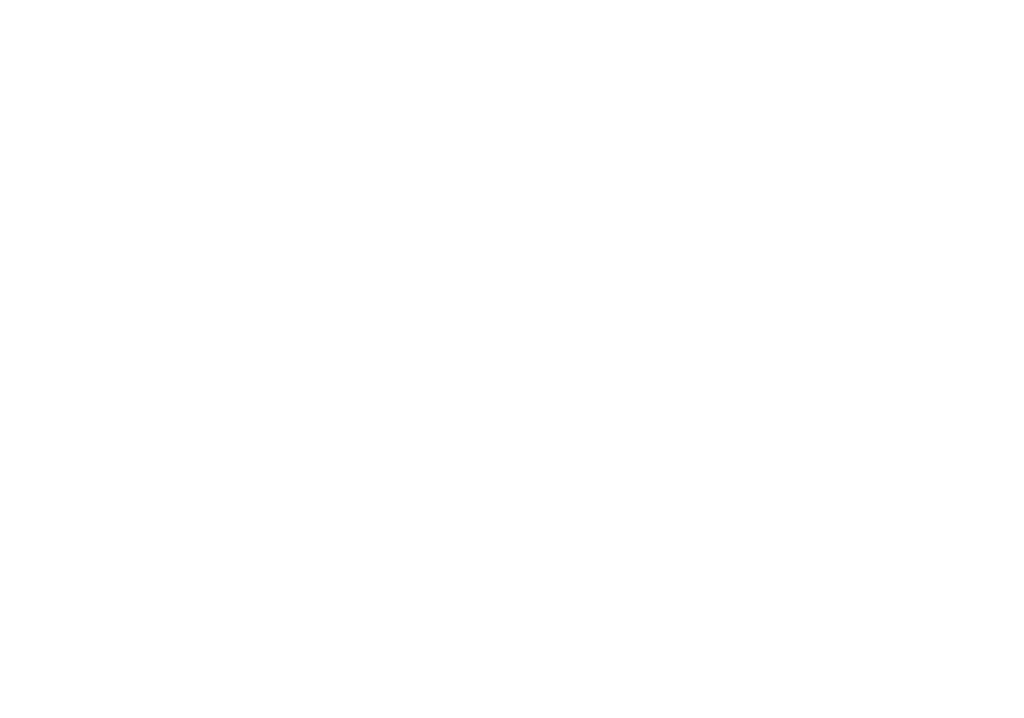
<source format=kicad_sch>
(kicad_sch
	(version 20231120)
	(generator "eeschema")
	(generator_version "8.0")
	(uuid "219dc1bc-5276-405a-a2ac-1e2af9bdaea8")
	(paper "User" 425.45 298.602)
	(lib_symbols)
)

</source>
